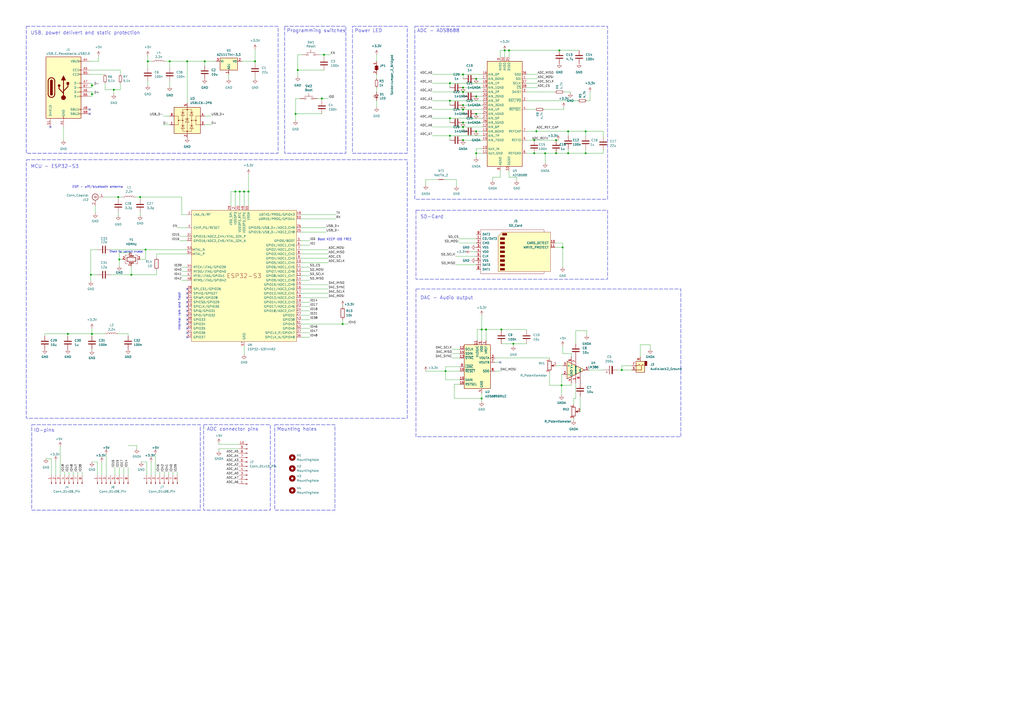
<source format=kicad_sch>
(kicad_sch (version 20230121) (generator eeschema)
  (paper "A2")
  (junction (at 329.565 88.9))
  (junction (at 187.96 31.75))
  (junction (at 360.68 214.63))
  (junction (at 279.4 231.14))
  (junction (at 324.485 29.21))
  (junction (at 268.605 81.28))
  (junction (at 268.605 53.34))
  (junction (at 68.58 114.3))
  (junction (at 52.705 159.385))
  (junction (at 322.58 81.28))
  (junction (at 172.72 40.64))
  (junction (at 141.605 111.125))
  (junction (at 276.225 45.72))
  (junction (at 147.955 35.56))
  (junction (at 81.28 114.3))
  (junction (at 53.34 49.53))
  (junction (at 98.425 35.56))
  (junction (at 295.275 29.21))
  (junction (at 292.735 29.21))
  (junction (at 276.225 88.9))
  (junction (at 108.585 35.56))
  (junction (at 268.605 50.8))
  (junction (at 186.69 57.15))
  (junction (at 136.525 111.125))
  (junction (at 316.23 88.9))
  (junction (at 85.725 35.56))
  (junction (at 53.34 54.61))
  (junction (at 76.2 159.385))
  (junction (at 260.985 58.42))
  (junction (at 260.985 78.74))
  (junction (at 260.985 68.58))
  (junction (at 297.815 199.39))
  (junction (at 276.225 66.04))
  (junction (at 339.725 88.9))
  (junction (at 268.605 73.66))
  (junction (at 268.605 71.12))
  (junction (at 69.215 150.495))
  (junction (at 309.88 81.28))
  (junction (at 260.985 48.26))
  (junction (at 144.145 111.125))
  (junction (at 171.45 66.04))
  (junction (at 322.58 88.9))
  (junction (at 309.88 88.9))
  (junction (at 258.445 215.265))
  (junction (at 311.15 76.2))
  (junction (at 84.455 144.78))
  (junction (at 268.605 60.96))
  (junction (at 53.34 193.675))
  (junction (at 268.605 63.5))
  (junction (at 268.605 43.18))
  (junction (at 66.04 52.07))
  (junction (at 139.065 111.125))
  (junction (at 325.755 223.52))
  (junction (at 39.37 193.675))
  (junction (at 276.225 55.88))
  (junction (at 326.39 143.51))
  (junction (at 329.565 76.2))
  (junction (at 279.4 191.135))
  (junction (at 198.755 187.96))
  (junction (at 118.745 35.56))
  (junction (at 290.83 191.135))
  (junction (at 339.725 76.2))
  (junction (at 281.94 191.135))
  (junction (at 276.225 76.2))
  (no_connect (at 108.585 177.8))
  (no_connect (at 108.585 182.88))
  (no_connect (at 52.07 63.5))
  (no_connect (at 108.585 175.26))
  (no_connect (at 108.585 180.34))
  (no_connect (at 29.21 73.66))
  (no_connect (at 108.585 195.58))
  (no_connect (at 108.585 190.5))
  (no_connect (at 108.585 193.04))
  (no_connect (at 108.585 185.42))
  (no_connect (at 52.07 66.04))
  (no_connect (at 108.585 172.72))
  (no_connect (at 290.195 210.185))
  (no_connect (at 108.585 170.18))
  (no_connect (at 108.585 187.96))
  (no_connect (at 108.585 167.64))
  (wire (pts (xy 340.36 58.42) (xy 342.265 58.42)))
  (wire (pts (xy 276.225 45.72) (xy 280.035 45.72)))
  (wire (pts (xy 133.985 119.38) (xy 133.985 111.125)))
  (wire (pts (xy 198.755 177.165) (xy 198.755 177.8)))
  (wire (pts (xy 53.34 54.61) (xy 53.34 55.88)))
  (wire (pts (xy 147.955 28.575) (xy 147.955 35.56)))
  (wire (pts (xy 29.845 275.59) (xy 29.845 266.065)))
  (wire (pts (xy 57.15 35.56) (xy 52.07 35.56)))
  (wire (pts (xy 53.34 49.53) (xy 54.61 49.53)))
  (wire (pts (xy 105.41 160.02) (xy 108.585 160.02)))
  (wire (pts (xy 179.705 182.88) (xy 174.625 182.88)))
  (wire (pts (xy 349.885 86.995) (xy 349.885 88.9)))
  (wire (pts (xy 315.595 63.5) (xy 327.025 63.5)))
  (wire (pts (xy 276.225 88.9) (xy 280.035 88.9)))
  (wire (pts (xy 173.99 57.15) (xy 171.45 57.15)))
  (wire (pts (xy 218.44 31.75) (xy 218.44 35.56)))
  (wire (pts (xy 179.705 139.7) (xy 174.625 139.7)))
  (wire (pts (xy 171.45 66.04) (xy 171.45 69.85)))
  (wire (pts (xy 179.705 175.26) (xy 174.625 175.26)))
  (wire (pts (xy 250.825 48.26) (xy 260.985 48.26)))
  (wire (pts (xy 262.255 207.645) (xy 266.7 207.645)))
  (wire (pts (xy 326.39 200.66) (xy 326.39 205.105)))
  (wire (pts (xy 92.71 273.685) (xy 92.71 275.59)))
  (wire (pts (xy 258.445 212.725) (xy 266.7 212.725)))
  (wire (pts (xy 66.675 271.145) (xy 66.675 275.59)))
  (wire (pts (xy 69.215 154.305) (xy 69.215 150.495)))
  (wire (pts (xy 94.615 72.39) (xy 98.425 72.39)))
  (wire (pts (xy 85.725 35.56) (xy 85.725 39.37)))
  (wire (pts (xy 305.435 76.2) (xy 311.15 76.2)))
  (wire (pts (xy 280.035 43.18) (xy 268.605 43.18)))
  (wire (pts (xy 136.525 111.125) (xy 139.065 111.125)))
  (wire (pts (xy 53.34 193.675) (xy 53.34 194.945)))
  (wire (pts (xy 171.45 66.04) (xy 186.69 66.04)))
  (wire (pts (xy 247.015 215.265) (xy 258.445 215.265)))
  (wire (pts (xy 305.435 50.8) (xy 311.785 50.8)))
  (wire (pts (xy 268.605 43.18) (xy 268.605 45.72)))
  (wire (pts (xy 108.585 147.32) (xy 90.805 147.32)))
  (wire (pts (xy 174.625 187.96) (xy 198.755 187.96)))
  (wire (pts (xy 280.035 58.42) (xy 260.985 58.42)))
  (wire (pts (xy 341.63 214.63) (xy 350.52 214.63)))
  (wire (pts (xy 329.565 86.36) (xy 329.565 88.9)))
  (wire (pts (xy 81.28 150.495) (xy 84.455 150.495)))
  (wire (pts (xy 321.945 143.51) (xy 326.39 143.51)))
  (wire (pts (xy 98.425 46.99) (xy 98.425 50.165)))
  (wire (pts (xy 339.725 76.2) (xy 349.885 76.2)))
  (wire (pts (xy 118.745 67.31) (xy 122.555 67.31)))
  (wire (pts (xy 331.47 223.52) (xy 325.755 223.52)))
  (wire (pts (xy 250.825 73.66) (xy 268.605 73.66)))
  (wire (pts (xy 336.55 229.87) (xy 336.55 238.76)))
  (wire (pts (xy 358.14 214.63) (xy 360.68 214.63)))
  (wire (pts (xy 329.565 76.2) (xy 339.725 76.2)))
  (wire (pts (xy 318.77 223.52) (xy 325.755 223.52)))
  (wire (pts (xy 326.39 140.97) (xy 326.39 143.51)))
  (wire (pts (xy 318.77 208.28) (xy 318.77 207.645)))
  (wire (pts (xy 42.545 273.685) (xy 42.545 275.59)))
  (wire (pts (xy 187.96 31.75) (xy 191.77 31.75)))
  (wire (pts (xy 95.25 273.685) (xy 95.25 275.59)))
  (wire (pts (xy 332.74 231.14) (xy 332.74 234.95)))
  (wire (pts (xy 290.195 210.185) (xy 287.02 210.185)))
  (wire (pts (xy 69.85 48.26) (xy 69.85 52.07)))
  (wire (pts (xy 184.15 57.15) (xy 186.69 57.15)))
  (wire (pts (xy 198.755 185.42) (xy 198.755 187.96)))
  (wire (pts (xy 266.7 220.345) (xy 258.445 220.345)))
  (wire (pts (xy 39.37 193.675) (xy 39.37 194.945)))
  (wire (pts (xy 263.525 222.885) (xy 263.525 231.14)))
  (wire (pts (xy 171.45 57.15) (xy 171.45 66.04)))
  (wire (pts (xy 133.985 111.125) (xy 136.525 111.125)))
  (wire (pts (xy 268.605 50.8) (xy 280.035 50.8)))
  (wire (pts (xy 330.835 53.34) (xy 330.835 53.975)))
  (wire (pts (xy 280.035 53.34) (xy 268.605 53.34)))
  (wire (pts (xy 132.715 43.18) (xy 132.715 45.72)))
  (wire (pts (xy 342.265 53.34) (xy 342.265 58.42)))
  (wire (pts (xy 371.475 200.025) (xy 371.475 207.01)))
  (wire (pts (xy 253.365 104.14) (xy 247.015 104.14)))
  (wire (pts (xy 305.435 88.9) (xy 309.88 88.9)))
  (wire (pts (xy 260.985 78.74) (xy 250.825 78.74)))
  (wire (pts (xy 64.135 159.385) (xy 76.2 159.385)))
  (wire (pts (xy 250.825 53.34) (xy 268.605 53.34)))
  (wire (pts (xy 190.5 165.1) (xy 174.625 165.1)))
  (wire (pts (xy 174.625 134.62) (xy 189.23 134.62)))
  (wire (pts (xy 280.035 68.58) (xy 260.985 68.58)))
  (wire (pts (xy 79.375 260.35) (xy 79.375 258.445)))
  (wire (pts (xy 198.755 187.96) (xy 201.93 187.96)))
  (wire (pts (xy 268.605 71.12) (xy 280.035 71.12)))
  (wire (pts (xy 339.725 88.9) (xy 349.885 88.9)))
  (wire (pts (xy 64.135 144.78) (xy 84.455 144.78)))
  (wire (pts (xy 305.435 191.135) (xy 305.435 191.77)))
  (wire (pts (xy 264.16 153.67) (xy 276.225 153.67)))
  (wire (pts (xy 174.625 127) (xy 194.945 127)))
  (wire (pts (xy 81.915 267.97) (xy 85.09 267.97)))
  (wire (pts (xy 53.34 190.5) (xy 53.34 193.675)))
  (wire (pts (xy 279.4 191.135) (xy 281.94 191.135)))
  (wire (pts (xy 322.58 81.28) (xy 323.85 81.28)))
  (wire (pts (xy 305.435 63.5) (xy 310.515 63.5)))
  (wire (pts (xy 189.23 132.08) (xy 174.625 132.08)))
  (wire (pts (xy 263.525 231.14) (xy 279.4 231.14)))
  (wire (pts (xy 297.815 199.39) (xy 290.83 199.39)))
  (wire (pts (xy 305.435 58.42) (xy 335.28 58.42)))
  (wire (pts (xy 276.225 88.9) (xy 276.225 91.44)))
  (wire (pts (xy 108.585 124.46) (xy 105.41 124.46)))
  (wire (pts (xy 321.945 140.97) (xy 326.39 140.97)))
  (wire (pts (xy 316.23 88.9) (xy 316.23 94.615)))
  (wire (pts (xy 295.275 29.21) (xy 324.485 29.21)))
  (wire (pts (xy 262.255 205.105) (xy 266.7 205.105)))
  (wire (pts (xy 280.035 73.66) (xy 268.605 73.66)))
  (wire (pts (xy 69.215 150.495) (xy 71.12 150.495)))
  (wire (pts (xy 40.005 273.685) (xy 40.005 275.59)))
  (wire (pts (xy 292.735 29.21) (xy 292.735 33.02)))
  (wire (pts (xy 318.77 215.9) (xy 318.77 223.52)))
  (wire (pts (xy 53.34 50.8) (xy 53.34 49.53)))
  (wire (pts (xy 174.625 147.32) (xy 190.5 147.32)))
  (wire (pts (xy 276.225 55.88) (xy 280.035 55.88)))
  (wire (pts (xy 69.215 146.685) (xy 69.215 150.495)))
  (wire (pts (xy 90.805 156.845) (xy 90.805 159.385)))
  (wire (pts (xy 187.96 31.75) (xy 187.96 33.02)))
  (wire (pts (xy 81.28 114.3) (xy 78.74 114.3)))
  (wire (pts (xy 281.94 191.135) (xy 290.83 191.135)))
  (wire (pts (xy 258.445 212.725) (xy 258.445 215.265)))
  (wire (pts (xy 69.85 40.64) (xy 52.07 40.64)))
  (wire (pts (xy 276.86 197.485) (xy 276.86 191.135)))
  (wire (pts (xy 280.035 63.5) (xy 268.605 63.5)))
  (wire (pts (xy 53.34 203.2) (xy 53.34 202.565)))
  (wire (pts (xy 305.435 48.26) (xy 311.785 48.26)))
  (wire (pts (xy 309.88 81.28) (xy 322.58 81.28)))
  (wire (pts (xy 285.75 102.87) (xy 290.195 102.87)))
  (wire (pts (xy 280.035 48.26) (xy 260.985 48.26)))
  (wire (pts (xy 185.42 31.75) (xy 187.96 31.75)))
  (wire (pts (xy 295.275 102.87) (xy 295.275 99.06)))
  (wire (pts (xy 32.385 267.335) (xy 32.385 275.59)))
  (wire (pts (xy 144.145 111.125) (xy 144.145 119.38)))
  (wire (pts (xy 190.5 167.64) (xy 174.625 167.64)))
  (wire (pts (xy 266.065 138.43) (xy 276.225 138.43)))
  (wire (pts (xy 332.74 242.57) (xy 332.74 243.84)))
  (wire (pts (xy 81.28 115.57) (xy 81.28 114.3)))
  (wire (pts (xy 52.07 48.26) (xy 53.34 48.26)))
  (wire (pts (xy 60.96 52.07) (xy 66.04 52.07)))
  (wire (pts (xy 84.455 150.495) (xy 84.455 144.78)))
  (wire (pts (xy 331.47 222.25) (xy 331.47 223.52)))
  (wire (pts (xy 266.7 222.885) (xy 263.525 222.885)))
  (wire (pts (xy 327.025 53.34) (xy 330.835 53.34)))
  (wire (pts (xy 331.47 205.105) (xy 331.47 207.01)))
  (wire (pts (xy 250.825 43.18) (xy 268.605 43.18)))
  (wire (pts (xy 290.83 191.135) (xy 305.435 191.135)))
  (wire (pts (xy 76.2 154.305) (xy 76.2 159.385)))
  (wire (pts (xy 268.605 63.5) (xy 268.605 66.04)))
  (wire (pts (xy 179.705 154.94) (xy 174.625 154.94)))
  (wire (pts (xy 260.985 78.74) (xy 260.985 81.28)))
  (wire (pts (xy 74.295 193.675) (xy 68.58 193.675)))
  (wire (pts (xy 138.43 257.81) (xy 127 257.81)))
  (wire (pts (xy 141.605 111.125) (xy 144.145 111.125)))
  (wire (pts (xy 85.725 35.56) (xy 88.265 35.56)))
  (wire (pts (xy 305.435 45.72) (xy 311.785 45.72)))
  (wire (pts (xy 53.34 267.97) (xy 56.515 267.97)))
  (wire (pts (xy 118.745 35.56) (xy 118.745 38.1)))
  (wire (pts (xy 52.705 159.385) (xy 52.705 144.78)))
  (wire (pts (xy 68.58 115.57) (xy 68.58 114.3)))
  (wire (pts (xy 325.755 217.17) (xy 325.755 223.52)))
  (wire (pts (xy 326.39 143.51) (xy 326.39 154.94)))
  (wire (pts (xy 268.605 81.28) (xy 280.035 81.28)))
  (wire (pts (xy 305.435 53.34) (xy 321.945 53.34)))
  (wire (pts (xy 258.445 215.265) (xy 266.7 215.265)))
  (wire (pts (xy 136.525 119.38) (xy 136.525 111.125)))
  (wire (pts (xy 266.065 140.97) (xy 276.225 140.97)))
  (wire (pts (xy 68.58 114.3) (xy 71.12 114.3)))
  (wire (pts (xy 186.69 57.15) (xy 190.5 57.15)))
  (wire (pts (xy 53.34 54.61) (xy 54.61 54.61)))
  (wire (pts (xy 305.435 43.18) (xy 311.785 43.18)))
  (wire (pts (xy 105.41 114.3) (xy 81.28 114.3)))
  (wire (pts (xy 52.07 55.88) (xy 53.34 55.88)))
  (wire (pts (xy 297.815 199.39) (xy 305.435 199.39)))
  (wire (pts (xy 247.015 104.14) (xy 247.015 107.315)))
  (wire (pts (xy 26.035 193.675) (xy 26.035 194.945)))
  (wire (pts (xy 326.39 205.105) (xy 331.47 205.105)))
  (wire (pts (xy 90.17 263.525) (xy 90.17 275.59)))
  (wire (pts (xy 95.885 35.56) (xy 98.425 35.56)))
  (wire (pts (xy 295.275 33.02) (xy 295.275 29.21)))
  (wire (pts (xy 190.5 170.18) (xy 174.625 170.18)))
  (wire (pts (xy 29.845 266.065) (xy 26.67 266.065)))
  (wire (pts (xy 281.94 197.485) (xy 281.94 191.135)))
  (wire (pts (xy 139.065 111.125) (xy 141.605 111.125)))
  (wire (pts (xy 276.86 191.135) (xy 279.4 191.135)))
  (wire (pts (xy 138.43 260.35) (xy 127 260.35)))
  (wire (pts (xy 360.68 212.09) (xy 360.68 214.63)))
  (wire (pts (xy 141.605 200.66) (xy 141.605 205.74)))
  (wire (pts (xy 326.39 217.17) (xy 325.755 217.17)))
  (wire (pts (xy 295.275 29.21) (xy 292.735 29.21)))
  (wire (pts (xy 279.4 191.135) (xy 279.4 197.485)))
  (wire (pts (xy 98.425 39.37) (xy 98.425 35.56)))
  (wire (pts (xy 104.14 139.7) (xy 108.585 139.7)))
  (wire (pts (xy 102.87 132.08) (xy 108.585 132.08)))
  (wire (pts (xy 179.705 162.56) (xy 174.625 162.56)))
  (wire (pts (xy 55.245 119.38) (xy 55.245 123.825)))
  (wire (pts (xy 127 260.35) (xy 127 261.62)))
  (wire (pts (xy 179.705 195.58) (xy 174.625 195.58)))
  (wire (pts (xy 279.4 227.965) (xy 279.4 231.14)))
  (wire (pts (xy 172.72 40.64) (xy 187.96 40.64)))
  (wire (pts (xy 140.335 35.56) (xy 147.955 35.56)))
  (wire (pts (xy 37.465 273.685) (xy 37.465 275.59)))
  (wire (pts (xy 59.055 267.97) (xy 59.055 275.59)))
  (wire (pts (xy 260.985 68.58) (xy 260.985 71.12)))
  (wire (pts (xy 218.44 58.42) (xy 218.44 62.23)))
  (wire (pts (xy 322.58 88.9) (xy 329.565 88.9)))
  (wire (pts (xy 268.605 73.66) (xy 268.605 76.2)))
  (wire (pts (xy 69.215 271.145) (xy 69.215 275.59)))
  (wire (pts (xy 52.07 53.34) (xy 53.34 53.34)))
  (wire (pts (xy 179.705 160.02) (xy 174.625 160.02)))
  (wire (pts (xy 174.625 124.46) (xy 194.945 124.46)))
  (wire (pts (xy 340.36 191.77) (xy 340.36 194.31)))
  (wire (pts (xy 52.07 50.8) (xy 53.34 50.8)))
  (wire (pts (xy 85.725 46.99) (xy 85.725 49.53)))
  (wire (pts (xy 250.825 63.5) (xy 268.605 63.5)))
  (wire (pts (xy 47.625 273.685) (xy 47.625 275.59)))
  (wire (pts (xy 36.83 73.66) (xy 36.83 81.28)))
  (wire (pts (xy 250.825 68.58) (xy 260.985 68.58)))
  (wire (pts (xy 104.14 137.16) (xy 108.585 137.16)))
  (wire (pts (xy 74.295 194.945) (xy 74.295 193.675)))
  (wire (pts (xy 141.605 111.125) (xy 141.605 119.38)))
  (wire (pts (xy 179.705 193.04) (xy 174.625 193.04)))
  (wire (pts (xy 52.705 144.78) (xy 56.515 144.78)))
  (wire (pts (xy 85.725 32.385) (xy 85.725 35.56)))
  (wire (pts (xy 258.445 104.14) (xy 264.795 104.14)))
  (wire (pts (xy 311.15 74.93) (xy 311.15 76.2)))
  (wire (pts (xy 69.85 43.18) (xy 69.85 40.64)))
  (wire (pts (xy 262.255 202.565) (xy 266.7 202.565)))
  (wire (pts (xy 327.025 62.23) (xy 327.025 63.5)))
  (wire (pts (xy 105.41 157.48) (xy 108.585 157.48)))
  (wire (pts (xy 334.01 199.39) (xy 334.01 191.77)))
  (wire (pts (xy 190.5 144.78) (xy 174.625 144.78)))
  (wire (pts (xy 105.41 124.46) (xy 105.41 114.3)))
  (wire (pts (xy 85.09 275.59) (xy 85.09 267.97)))
  (wire (pts (xy 276.225 66.04) (xy 280.035 66.04)))
  (wire (pts (xy 98.425 35.56) (xy 108.585 35.56)))
  (wire (pts (xy 52.07 43.18) (xy 60.96 43.18)))
  (wire (pts (xy 290.195 215.265) (xy 287.02 215.265)))
  (wire (pts (xy 34.925 259.08) (xy 34.925 275.59)))
  (wire (pts (xy 60.96 193.675) (xy 53.34 193.675)))
  (wire (pts (xy 139.065 119.38) (xy 139.065 111.125)))
  (wire (pts (xy 276.225 86.36) (xy 276.225 88.9)))
  (wire (pts (xy 360.68 214.63) (xy 366.395 214.63)))
  (wire (pts (xy 179.705 177.8) (xy 174.625 177.8)))
  (wire (pts (xy 97.79 273.685) (xy 97.79 275.59)))
  (wire (pts (xy 127 257.175) (xy 127 257.81)))
  (wire (pts (xy 53.34 53.34) (xy 53.34 54.61)))
  (wire (pts (xy 305.435 81.28) (xy 309.88 81.28)))
  (wire (pts (xy 339.725 76.2) (xy 339.725 78.74)))
  (wire (pts (xy 45.085 273.685) (xy 45.085 275.59)))
  (wire (pts (xy 57.15 32.385) (xy 57.15 35.56)))
  (wire (pts (xy 179.705 180.34) (xy 174.625 180.34)))
  (wire (pts (xy 264.795 104.14) (xy 264.795 107.95)))
  (wire (pts (xy 76.2 146.685) (xy 69.215 146.685)))
  (wire (pts (xy 290.195 29.21) (xy 290.195 33.02)))
  (wire (pts (xy 190.5 152.4) (xy 174.625 152.4)))
  (wire (pts (xy 90.805 147.32) (xy 90.805 149.225)))
  (wire (pts (xy 316.23 88.9) (xy 322.58 88.9)))
  (wire (pts (xy 334.01 231.14) (xy 332.74 231.14)))
  (wire (pts (xy 102.87 273.685) (xy 102.87 275.59)))
  (wire (pts (xy 334.01 222.25) (xy 334.01 231.14)))
  (wire (pts (xy 329.565 88.9) (xy 339.725 88.9)))
  (wire (pts (xy 172.72 31.75) (xy 172.72 40.64)))
  (wire (pts (xy 218.44 43.18) (xy 218.44 45.72)))
  (wire (pts (xy 299.72 102.87) (xy 299.72 104.775)))
  (wire (pts (xy 258.445 215.265) (xy 258.445 220.345)))
  (wire (pts (xy 39.37 193.675) (xy 26.035 193.675)))
  (wire (pts (xy 324.485 29.21) (xy 335.915 29.21)))
  (wire (pts (xy 297.815 200.66) (xy 297.815 199.39)))
  (wire (pts (xy 329.565 76.2) (xy 329.565 78.74)))
  (wire (pts (xy 250.825 58.42) (xy 260.985 58.42)))
  (wire (pts (xy 276.225 76.2) (xy 280.035 76.2)))
  (wire (pts (xy 87.63 267.97) (xy 87.63 275.59)))
  (wire (pts (xy 218.44 50.8) (xy 218.44 53.34)))
  (wire (pts (xy 60.325 114.3) (xy 68.58 114.3)))
  (wire (pts (xy 39.37 193.675) (xy 53.34 193.675)))
  (wire (pts (xy 349.885 79.375) (xy 349.885 76.2)))
  (wire (pts (xy 174.625 142.24) (xy 179.705 142.24)))
  (wire (pts (xy 105.41 154.94) (xy 108.585 154.94)))
  (wire (pts (xy 268.605 60.96) (xy 280.035 60.96)))
  (wire (pts (xy 186.69 57.15) (xy 186.69 58.42)))
  (wire (pts (xy 66.04 52.07) (xy 66.04 54.61)))
  (wire (pts (xy 118.745 72.39) (xy 122.555 72.39)))
  (wire (pts (xy 175.26 31.75) (xy 172.72 31.75)))
  (wire (pts (xy 292.735 29.21) (xy 290.195 29.21)))
  (wire (pts (xy 339.725 86.36) (xy 339.725 88.9)))
  (wire (pts (xy 60.96 48.26) (xy 60.96 52.07)))
  (wire (pts (xy 285.75 102.87) (xy 285.75 104.775)))
  (wire (pts (xy 366.395 212.09) (xy 360.68 212.09)))
  (wire (pts (xy 100.33 273.685) (xy 100.33 275.59)))
  (wire (pts (xy 318.77 207.645) (xy 287.02 207.645)))
  (wire (pts (xy 311.15 76.2) (xy 329.565 76.2)))
  (wire (pts (xy 66.04 52.07) (xy 69.85 52.07)))
  (wire (pts (xy 334.01 191.77) (xy 340.36 191.77)))
  (wire (pts (xy 309.88 88.9) (xy 316.23 88.9)))
  (wire (pts (xy 74.295 271.145) (xy 74.295 275.59)))
  (wire (pts (xy 280.035 86.36) (xy 276.225 86.36)))
  (wire (pts (xy 377.19 200.025) (xy 377.19 202.565)))
  (wire (pts (xy 53.34 49.53) (xy 53.34 48.26)))
  (wire (pts (xy 179.705 157.48) (xy 174.625 157.48)))
  (wire (pts (xy 172.72 40.64) (xy 172.72 44.45)))
  (wire (pts (xy 147.955 44.45) (xy 147.955 45.72)))
  (wire (pts (xy 79.375 258.445) (xy 74.295 258.445)))
  (wire (pts (xy 260.985 58.42) (xy 260.985 60.96)))
  (wire (pts (xy 84.455 144.78) (xy 108.585 144.78)))
  (wire (pts (xy 280.035 78.74) (xy 260.985 78.74)))
  (wire (pts (xy 56.515 159.385) (xy 52.705 159.385)))
  (wire (pts (xy 322.58 212.09) (xy 326.39 212.09)))
  (wire (pts (xy 71.755 271.145) (xy 71.755 275.59)))
  (wire (pts (xy 279.4 182.88) (xy 279.4 191.135)))
  (wire (pts (xy 264.16 148.59) (xy 276.225 148.59)))
  (wire (pts (xy 325.755 223.52) (xy 325.755 229.235)))
  (wire (pts (xy 290.195 102.87) (xy 290.195 99.06)))
  (wire (pts (xy 81.28 123.19) (xy 81.28 125.095)))
  (wire (pts (xy 144.145 100.965) (xy 144.145 111.125)))
  (wire (pts (xy 174.625 149.86) (xy 190.5 149.86)))
  (wire (pts (xy 179.705 190.5) (xy 174.625 190.5)))
  (wire (pts (xy 68.58 123.19) (xy 68.58 125.095)))
  (wire (pts (xy 290.83 191.135) (xy 290.83 191.77)))
  (wire (pts (xy 52.705 163.195) (xy 52.705 159.385)))
  (wire (pts (xy 299.72 102.87) (xy 295.275 102.87)))
  (wire (pts (xy 279.4 231.14) (xy 279.4 233.045)))
  (wire (pts (xy 377.19 200.025) (xy 371.475 200.025)))
  (wire (pts (xy 108.585 35.56) (xy 118.745 35.56)))
  (wire (pts (xy 94.615 67.31) (xy 98.425 67.31)))
  (wire (pts (xy 147.955 36.83) (xy 147.955 35.56)))
  (wire (pts (xy 190.5 172.72) (xy 174.625 172.72)))
  (wire (pts (xy 61.595 263.525) (xy 61.595 275.59)))
  (wire (pts (xy 108.585 59.69) (xy 108.585 35.56)))
  (wire (pts (xy 268.605 53.34) (xy 268.605 55.88)))
  (wire (pts (xy 260.985 48.26) (xy 260.985 50.8)))
  (wire (pts (xy 179.705 185.42) (xy 174.625 185.42)))
  (wire (pts (xy 125.095 35.56) (xy 118.745 35.56)))
  (wire (pts (xy 273.05 146.05) (xy 276.225 146.05)))
  (wire (pts (xy 76.2 159.385) (xy 90.805 159.385)))
  (wire (pts (xy 105.41 162.56) (xy 108.585 162.56)))
  (wire (pts (xy 56.515 275.59) (xy 56.515 267.97)))
  (rectangle (start 241.3 121.92) (end 352.425 161.925) (stroke (width 0.2) (type dash)))
  (rectangle (start 241.3 167.64) (end 394.97 253.365) (stroke (width 0.2) (type dash)))
  (rectangle (start 118.11 246.38) (end 156.845 295.91) (stroke (width 0.2) (type dash)))
  (rectangle (start 15.24 15.24) (end 161.29 88.9) (stroke (width 0.2) (type dash)))
  (rectangle (start 15.24 92.71) (end 236.22 242.57) (stroke (width 0.2) (type dash)))
  (rectangle (start 165.1 15.24) (end 200.66 88.9) (stroke (width 0.2) (type dash)))
  (rectangle (start 240.665 15.24) (end 352.425 115.57) (stroke (width 0.2) (type dash)))
  (rectangle (start 18.415 246.38) (end 116.205 295.91) (stroke (width 0.2) (type dash)))
  (rectangle (start 204.47 15.24) (end 236.22 88.9) (stroke (width 0.2) (type dash)))
  (rectangle (start 159.385 246.38) (end 194.31 295.91) (stroke (width 0.2) (type dash)))
  (text "MCU - ESP32-S3\n" (at 17.78 97.79 0) (effects (font (size 2 2)) (justify left bottom)))
  (text "ESP - wifi/bluetooth antenna" (at 41.91 109.22 0) (effects (font (size 1.27 1.27)) (justify left bottom)))
  (text "USB, power delivert and static protection" (at 17.78 20.32 0) (effects (font (size 2 2)) (justify left bottom)))
  (text "Power LED" (at 205.74 19.05 0) (effects (font (size 2 2)) (justify left bottom)))
  (text "IO-pins" (at 19.685 250.825 0) (effects (font (size 2 2)) (justify left bottom)))
  (text "Internal ram and flash" (at 104.775 191.77 90) (effects (font (size 1.27 1.27)) (justify left bottom)))
  (text "ADC connector pins" (at 120.015 250.19 0) (effects (font (size 2 2)) (justify left bottom)))
  (text "Boot KEEP IO0 FREE" (at 184.15 139.7 0) (effects (font (size 1.27 1.27)) (justify left bottom)))
  (text "Check for correct crustal" (at 63.5 146.685 0) (effects (font (size 1 1)) (justify left bottom)))
  (text "DAC - Audio output" (at 243.84 173.99 0) (effects (font (size 2 2)) (justify left bottom)))
  (text "ADC - ADS8688" (at 241.935 19.05 0) (effects (font (size 2 2)) (justify left bottom)))
  (text "Programming switches\n" (at 166.37 19.05 0) (effects (font (size 2 2)) (justify left bottom)))
  (text "Mounting holes" (at 160.655 250.19 0) (effects (font (size 2 2)) (justify left bottom)))
  (text "SD-Card" (at 243.84 127 0) (effects (font (size 2 2)) (justify left bottom)))
  (label "D+" (at 122.555 72.39 0))
  (label "SD_SCLK" (at 264.16 148.59 180))
  (label "USB_D+" (at 122.555 67.31 0))
  (label "IO14" (at 74.295 271.145 90))
  (label "IO39" (at 105.41 154.94 180))
  (label "IO17" (at 71.755 271.145 90))
  (label "ADC_A1" (at 250.825 48.26 180))
  (label "USB_D-" (at 189.23 134.62 0))
  (label "IO15" (at 69.215 271.145 90))
  (label "IO42" (at 105.41 162.56 180))
  (label "ADC_A2" (at 250.825 53.34 180))
  (label "IO48" (at 42.545 273.685 90))
  (label "IO0" (at 179.705 139.7 0))
  (label "IO15" (at 104.14 137.16 180))
  (label "IO48" (at 179.705 195.58 0))
  (label "ADC_A6" (at 138.43 280.67 180))
  (label "DAC_MOSI" (at 190.5 172.72 0))
  (label "ADC_REF_CAP" (at 311.15 74.93 0))
  (label "IO46" (at 179.705 190.5 0))
  (label "ADC_A2" (at 138.43 270.51 180))
  (label "IO17" (at 179.705 177.8 0))
  (label "DAC_SCLK" (at 262.255 202.565 180))
  (label "IO18" (at 179.705 180.34 0))
  (label "IO16" (at 66.675 271.145 90))
  (label "IO40" (at 100.33 273.685 90))
  (label "RX" (at 194.945 127 0))
  (label "IO41" (at 105.41 160.02 180))
  (label "IO18" (at 37.465 273.685 90))
  (label "ADC_A5" (at 138.43 262.89 180))
  (label "IO1" (at 179.705 142.24 0))
  (label "ADC_CS" (at 190.5 149.86 0))
  (label "SD_MISO" (at 264.16 153.67 180))
  (label "SD_MOSI" (at 266.065 140.97 180))
  (label "ADC_REFV" (at 308.61 81.28 0))
  (label "ADC_A3" (at 138.43 267.97 180))
  (label "USB_D+" (at 189.23 132.08 0))
  (label "SD_MOSI" (at 179.705 157.48 0))
  (label "IO21" (at 179.705 182.88 0))
  (label "IO47" (at 45.085 273.685 90))
  (label "ADC_A0" (at 138.43 275.59 180))
  (label "ADC_A5" (at 250.825 68.58 180))
  (label "D-" (at 54.61 49.53 0))
  (label "DAC_MISO" (at 262.255 205.105 180))
  (label "IO39" (at 102.87 273.685 90))
  (label "USB_D-" (at 94.615 67.31 180))
  (label "ADC_A1" (at 138.43 273.05 180))
  (label "IO47" (at 179.705 193.04 0))
  (label "IO46" (at 92.71 273.685 90))
  (label "ADC_A3" (at 250.825 58.42 180))
  (label "IO40" (at 105.41 157.48 180))
  (label "DAC_SYNC" (at 262.255 207.645 180))
  (label "SD_CS" (at 266.065 138.43 180))
  (label "IO38" (at 47.625 273.685 90))
  (label "ADC_A4" (at 138.43 265.43 180))
  (label "DAC_SCLK" (at 190.5 170.18 0))
  (label "ADC_MISO" (at 311.785 43.18 0))
  (label "ADC_CS" (at 311.785 50.8 0))
  (label "DAC_MOSI" (at 290.195 215.265 0))
  (label "DAC_SYNC" (at 190.5 167.64 0))
  (label "ADC_MOSI" (at 311.785 45.72 0))
  (label "ADC_SCLK" (at 311.785 48.26 0))
  (label "ADC_A7" (at 138.43 278.13 180))
  (label "DAC_MISO" (at 190.5 165.1 0))
  (label "ADC_A0" (at 250.825 43.18 180))
  (label "ADC_SCLK" (at 190.5 152.4 0))
  (label "TX" (at 194.945 124.46 0))
  (label "ADC_A6" (at 250.825 73.66 180))
  (label "IO42" (at 95.25 273.685 90))
  (label "EN" (at 191.77 31.75 0))
  (label "IO16" (at 104.14 139.7 180))
  (label "SD_MISO" (at 179.705 162.56 0))
  (label "ADC_MISO" (at 190.5 147.32 0))
  (label "IO21" (at 40.005 273.685 90))
  (label "ADC_MOSI" (at 190.5 144.78 0))
  (label "SD_SCLK" (at 179.705 160.02 0))
  (label "ADC_A4" (at 250.825 63.5 180))
  (label "IO0" (at 190.5 57.15 0))
  (label "IO45" (at 201.93 187.96 0))
  (label "EN" (at 102.87 132.08 180))
  (label "IO14" (at 179.705 175.26 0))
  (label "IO38" (at 179.705 185.42 0))
  (label "D+" (at 54.61 54.61 0))
  (label "D-" (at 94.615 72.39 0))
  (label "IO41" (at 97.79 273.685 90))
  (label "SD_CS" (at 179.705 154.94 0))
  (label "ADC_A7" (at 250.825 78.74 180))
  (symbol (lib_id "power:+3.3V") (at 144.145 100.965 0) (unit 1)
    (property "Reference" "#PWR054" (effects hide))
    (property "Value" "+3.3V" (at 144.145 95.885 0))
  )
  (symbol (lib_id "power:GND") (at 85.725 49.53 0) (unit 1)
    (property "Reference" "#PWR011" (effects hide))
    (property "Value" "GND" (at 85.725 54.61 0))
  )
  (symbol (lib_id "power:GNDA") (at 268.605 81.28 0) (unit 1)
    (property "Reference" "#PWR035" (effects hide))
    (property "Value" "GNDA" (at 268.605 86.36 0))
  )
  (symbol (lib_id "Device:C") (at 349.885 83.185 0) (unit 1)
    (property "Reference" "C17" (at 353.695 81.915 0) (effects (justify left)))
    (property "Value" "22u" (at 353.695 84.455 0) (effects (justify left)))
    (property "Footprint" "Capacitor_SMD:C_0805_2012Metric" (effects hide))
  )
  (symbol (lib_id "power:GNDA") (at 268.605 50.8 0) (unit 1)
    (property "Reference" "#PWR042" (effects hide))
    (property "Value" "GNDA" (at 268.605 55.88 0))
  )
  (symbol (lib_id "power:+5V") (at 57.15 32.385 0) (unit 1)
    (property "Reference" "#PWR049" (effects hide))
    (property "Value" "+5V" (at 57.15 27.305 0))
  )
  (symbol (lib_id "power:GNDA") (at 276.225 66.04 0) (unit 1)
    (property "Reference" "#PWR039" (effects hide))
    (property "Value" "GNDA" (at 276.225 71.12 0))
  )
  (symbol (lib_id "Device:C") (at 186.69 62.23 0) (unit 1)
    (property "Reference" "C4" (at 190.5 60.96 0) (effects (justify left)))
    (property "Value" "100n" (at 190.5 63.5 0) (effects (justify left)))
    (property "Footprint" "Capacitor_SMD:C_0402_1005Metric" (effects hide))
  )
  (symbol (lib_id "power:GND") (at 297.815 200.66 0) (unit 1)
    (property "Reference" "#PWR019" (effects hide))
    (property "Value" "GND" (at 297.815 205.74 0))
  )
  (symbol (lib_id "power:GND") (at 141.605 205.74 0) (unit 1)
    (property "Reference" "#PWR062" (effects hide))
    (property "Value" "GND" (at 141.605 210.185 0))
  )
  (symbol (lib_id "power:+3.3V") (at 323.85 81.28 0) (unit 1)
    (property "Reference" "#PWR046" (effects hide))
    (property "Value" "+3.3V" (at 320.675 78.74 0))
  )
  (symbol (lib_id "Connector:USB_C_Receptacle_USB2.0") (at 36.83 50.8 0) (unit 1)
    (property "Reference" "J1" (at 39.5478 28.7782 0))
    (property "Value" "USB_C_Receptacle_USB2.0" (at 39.5478 31.0896 0))
    (property "Footprint" "Connector_USB:USB_C_Receptacle_G-Switch_GT-USB-7010ASV" (effects hide))
    (property "Datasheet" "https://www.usb.org/sites/default/files/documents/usb_type-c.zip" (effects hide))
  )
  (symbol (lib_id "Device:C") (at 74.295 198.755 0) (unit 1)
    (property "Reference" "C32" (at 77.47 197.485 0) (effects (justify left)))
    (property "Value" "100n" (at 77.47 200.025 0) (effects (justify left)))
    (property "Footprint" "Capacitor_SMD:C_0402_1005Metric" (effects hide))
  )
  (symbol (lib_id "power:GNDA") (at 316.23 94.615 0) (unit 1)
    (property "Reference" "#PWR031" (effects hide))
    (property "Value" "GNDA" (at 316.23 99.06 0))
  )
  (symbol (lib_id "Device:NetTie_2") (at 255.905 104.14 0) (unit 1) (in_bom no)
    (property "Reference" "NT1" (at 255.905 99.06 0))
    (property "Value" "NetTie_2" (at 255.905 101.6 0))
    (property "Footprint" "NetTie:NetTie-2_THT_Pad1.0mm" (effects hide))
  )
  (symbol (lib_id "power:GND") (at 26.67 266.065 0) (unit 1)
    (property "Reference" "#PWR065" (effects hide))
    (property "Value" "GND" (at 26.67 271.145 0))
  )
  (symbol (lib_id "power:GNDA") (at 276.225 55.88 0) (unit 1)
    (property "Reference" "#PWR041" (effects hide))
    (property "Value" "GNDA" (at 276.225 60.96 0))
  )
  (symbol (lib_id "power:GND") (at 68.58 125.095 0) (unit 1)
    (property "Reference" "#PWR050" (effects hide))
    (property "Value" "GND" (at 68.58 130.175 0))
  )
  (symbol (lib_id "power:GND") (at 330.835 53.975 0) (unit 1)
    (property "Reference" "#PWR034" (effects hide))
    (property "Value" "GND" (at 330.835 58.42 0))
  )
  (symbol (lib_id "Mechanical:MountingHole") (at 169.545 265.43 0) (unit 1)
    (property "Reference" "H1" (at 172.085 264.16 0) (effects (justify left)))
    (property "Value" "MountingHole" (at 172.085 266.7 0) (effects (justify left)))
    (property "Footprint" "MountingHole:MountingHole_2.2mm_M2_DIN965_Pad" (effects hide))
  )
  (symbol (lib_id "Device:C") (at 305.435 195.58 0) (unit 1)
    (property "Reference" "C10" (at 309.245 194.31 0) (effects (justify left)))
    (property "Value" "10u" (at 309.245 196.85 0) (effects (justify left)))
    (property "Footprint" "Capacitor_SMD:C_0603_1608Metric" (effects hide))
  )
  (symbol (lib_id "Device:L") (at 92.075 35.56 90) (unit 1)
    (property "Reference" "L4" (at 92.075 30.48 90))
    (property "Value" "2.2n" (at 92.075 33.02 90))
    (property "Footprint" "Inductor_SMD:L_0603_1608Metric" (effects hide))
  )
  (symbol (lib_id "power:GND") (at 74.295 202.565 0) (unit 1)
    (property "Reference" "#PWR056" (effects hide))
    (property "Value" "GND" (at 74.295 207.01 0))
  )
  (symbol (lib_id "Device:C") (at 68.58 119.38 0) (unit 1)
    (property "Reference" "C28" (at 72.39 118.11 0) (effects (justify left)))
    (property "Value" "3.3p" (at 72.39 120.65 0) (effects (justify left)))
    (property "Footprint" "Capacitor_SMD:C_0402_1005Metric" (effects hide))
  )
  (symbol (lib_id "power:GNDA") (at 332.74 243.84 0) (unit 1)
    (property "Reference" "#PWR017" (effects hide))
    (property "Value" "GNDA" (at 332.74 248.92 0))
  )
  (symbol (lib_id "Connector:Conn_Coaxial") (at 55.245 114.3 0) (mirror y) (unit 1)
    (property "Reference" "J12" (at 51.435 115.8632 0) (effects (justify left)))
    (property "Value" "Conn_Coaxial" (at 51.435 113.3232 0) (effects (justify left)))
    (property "Footprint" "Connector_Coaxial:U.FL_Hirose_U.FL-R-SMT-1_Vertical" (effects hide))
    (property "Datasheet" " ~" (effects hide))
  )
  (symbol (lib_id "power:GND") (at 98.425 50.165 0) (unit 1)
    (property "Reference" "#PWR063" (effects hide))
    (property "Value" "GND" (at 98.425 55.245 0))
  )
  (symbol (lib_id "power:GNDA") (at 127 261.62 0) (unit 1)
    (property "Reference" "#PWR048" (effects hide))
    (property "Value" "GNDA" (at 127 266.065 0))
  )
  (symbol (lib_id "Device:C") (at 322.58 85.09 0) (unit 1)
    (property "Reference" "C18" (at 324.485 83.82 0) (effects (justify left)))
    (property "Value" "1u" (at 325.12 86.36 0) (effects (justify left)))
    (property "Footprint" "Capacitor_SMD:C_0603_1608Metric" (effects hide))
  )
  (symbol (lib_id "power:GND") (at 324.485 36.83 0) (unit 1)
    (property "Reference" "#PWR028" (effects hide))
    (property "Value" "GND" (at 324.485 41.91 0))
  )
  (symbol (lib_id "Device:C") (at 85.725 43.18 0) (unit 1)
    (property "Reference" "C6" (at 89.535 41.91 0) (effects (justify left)))
    (property "Value" "100n" (at 89.535 44.45 0) (effects (justify left)))
    (property "Footprint" "Capacitor_SMD:C_0402_1005Metric" (effects hide))
  )
  (symbol (lib_id "power:+3.3V") (at 59.055 267.97 0) (unit 1)
    (property "Reference" "#PWR067" (effects hide))
    (property "Value" "+3.3V" (at 58.42 264.16 0))
  )
  (symbol (lib_id "power:+3.3V") (at 247.015 215.265 0) (unit 1)
    (property "Reference" "#PWR047" (effects hide))
    (property "Value" "+3.3V" (at 248.285 213.36 0) (effects (justify left)))
  )
  (symbol (lib_id "power:GND") (at 299.72 104.775 0) (unit 1)
    (property "Reference" "#PWR026" (effects hide))
    (property "Value" "GND" (at 299.72 109.22 0))
  )
  (symbol (lib_id "power:GND") (at 147.955 45.72 0) (unit 1)
    (property "Reference" "#PWR03" (effects hide))
    (property "Value" "GND" (at 147.955 50.8 0))
  )
  (symbol (lib_id "Device:R_Small") (at 324.485 53.34 90) (unit 1)
    (property "Reference" "R9" (at 323.3166 51.8414 0) (effects (justify left)))
    (property "Value" "4.7k" (at 325.628 51.8414 0) (effects (justify left)))
    (property "Footprint" "Resistor_SMD:R_0402_1005Metric" (effects hide))
    (property "LCSC" "C163928" (effects hide))
  )
  (symbol (lib_id "PCM_Espressif:ESP32-S3") (at 141.605 160.02 0) (unit 1)
    (property "Reference" "U6" (at 143.5609 200.025 0) (effects (justify left)))
    (property "Value" "ESP32-S3FH4R2" (at 143.5609 202.565 0) (effects (justify left)))
    (property "Footprint" "Package_DFN_QFN:QFN-56-1EP_7x7mm_P0.4mm_EP5.6x5.6mm" (effects hide))
    (property "Datasheet" "https://www.espressif.com/sites/default/files/documentation/esp32-s3_datasheet_en.pdf" (effects hide))
  )
  (symbol (lib_id "Device:C") (at 335.915 33.02 0) (unit 1)
    (property "Reference" "C14" (at 339.725 31.75 0) (effects (justify left)))
    (property "Value" "100n" (at 339.725 34.29 0) (effects (justify left)))
    (property "Footprint" "Capacitor_SMD:C_0402_1005Metric" (effects hide))
  )
  (symbol (lib_id "power:+3.3V") (at 273.05 146.05 90) (unit 1)
    (property "Reference" "#PWR06" (effects hide))
    (property "Value" "+3.3V" (at 270.51 146.05 90) (effects (justify left)))
  )
  (symbol (lib_id "Device:C") (at 53.34 198.755 0) (unit 1)
    (property "Reference" "C31" (at 57.15 197.485 0) (effects (justify left)))
    (property "Value" "100n" (at 57.15 200.025 0) (effects (justify left)))
    (property "Footprint" "Capacitor_SMD:C_0402_1005Metric" (effects hide))
  )
  (symbol (lib_id "Device:C") (at 264.795 71.12 270) (unit 1)
    (property "Reference" "C24" (at 264.795 63.5 90))
    (property "Value" "1n" (at 264.795 66.04 90))
    (property "Footprint" "Capacitor_SMD:C_0402_1005Metric" (effects hide))
  )
  (symbol (lib_id "power:GNDA") (at 340.36 194.31 0) (unit 1)
    (property "Reference" "#PWR037" (effects hide))
    (property "Value" "GNDA" (at 340.36 199.39 0))
  )
  (symbol (lib_id "power:GND") (at 81.28 125.095 0) (unit 1)
    (property "Reference" "#PWR051" (effects hide))
    (property "Value" "GND" (at 81.28 129.54 0))
  )
  (symbol (lib_id "power:+5V") (at 34.925 259.08 0) (unit 1)
    (property "Reference" "#PWR068" (effects hide))
    (property "Value" "+5V" (at 34.29 254.635 0))
  )
  (symbol (lib_id "power:+5V") (at 127 257.175 0) (unit 1)
    (property "Reference" "#PWR022" (effects hide))
    (property "Value" "+5V" (at 127 252.73 0))
  )
  (symbol (lib_id "power:GND") (at 335.915 36.83 0) (unit 1)
    (property "Reference" "#PWR029" (effects hide))
    (property "Value" "GND" (at 335.915 41.91 0))
  )
  (symbol (lib_id "Device:C") (at 147.955 40.64 0) (unit 1)
    (property "Reference" "C1" (at 151.765 39.37 0) (effects (justify left)))
    (property "Value" "22u" (at 151.765 41.91 0) (effects (justify left)))
    (property "Footprint" "Capacitor_SMD:C_0402_1005Metric" (effects hide))
  )
  (symbol (lib_id "Device:C") (at 339.725 82.55 0) (unit 1)
    (property "Reference" "C16" (at 342.9 81.28 0) (effects (justify left)))
    (property "Value" "1u" (at 342.265 83.82 0) (effects (justify left)))
    (property "Footprint" "Capacitor_SMD:C_0603_1608Metric" (effects hide))
  )
  (symbol (lib_id "power:+5V") (at 326.39 200.66 0) (unit 1)
    (property "Reference" "#PWR021" (effects hide))
    (property "Value" "+5V" (at 326.39 196.215 0))
  )
  (symbol (lib_id "power:GNDA") (at 268.605 60.96 0) (unit 1)
    (property "Reference" "#PWR040" (effects hide))
    (property "Value" "GNDA" (at 268.605 66.04 0))
  )
  (symbol (lib_id "Device:R_Potentiometer") (at 332.74 238.76 0) (unit 1)
    (property "Reference" "RV2" (at 330.2 237.49 0) (effects (justify right)))
    (property "Value" "R_Potentiometer" (at 331.47 244.475 0) (effects (justify right)))
    (property "Footprint" "Potentiometer_SMD:Potentiometer_ACP_CA6-VSMD_Vertical" (effects hide))
  )
  (symbol (lib_id "Device:C") (at 264.795 50.8 90) (unit 1)
    (property "Reference" "C20" (at 264.795 43.18 90))
    (property "Value" "1n" (at 264.795 45.72 90))
    (property "Footprint" "Capacitor_SMD:C_0402_1005Metric" (effects hide))
  )
  (symbol (lib_id "Device:Crystal_GND23") (at 76.2 150.495 90) (unit 1)
    (property "Reference" "Y1" (at 76.2 139.065 90))
    (property "Value" "40MHz" (at 76.2 141.605 90))
    (property "Footprint" "Crystal:Crystal_SMD_3225-4Pin_3.2x2.5mm" (effects hide))
  )
  (symbol (lib_id "power:GND") (at 118.745 45.72 0) (unit 1)
    (property "Reference" "#PWR04" (effects hide))
    (property "Value" "GND" (at 118.745 50.8 0))
  )
  (symbol (lib_id "power:GND") (at 69.215 154.305 0) (unit 1)
    (property "Reference" "#PWR018" (effects hide))
    (property "Value" "GND" (at 69.215 158.115 0))
  )
  (symbol (lib_id "Jumper:SolderJumper_2_Bridged") (at 218.44 39.37 270) (unit 1)
    (property "Reference" "JP1" (at 220.1672 38.2016 90) (effects (justify left)))
    (property "Value" "SolderJumper_2_Bridged" (at 227.33 31.75 0) (effects (justify left)))
    (property "Footprint" "Jumper:SolderJumper-2_P1.3mm_Bridged_RoundedPad1.0x1.5mm" (effects hide))
  )
  (symbol (lib_id "power:GNDA") (at 285.75 104.775 0) (unit 1)
    (property "Reference" "#PWR023" (effects hide))
    (property "Value" "GNDA" (at 285.75 109.22 0))
  )
  (symbol (lib_id "power:+3.3V") (at 32.385 267.335 0) (unit 1)
    (property "Reference" "#PWR066" (effects hide))
    (property "Value" "+3.3V" (at 31.75 263.525 0))
  )
  (symbol (lib_id "Device:L") (at 64.77 193.675 90) (unit 1)
    (property "Reference" "L2" (at 64.77 188.595 90))
    (property "Value" "2.2n" (at 64.77 191.135 90))
    (property "Footprint" "Inductor_SMD:L_0603_1608Metric" (effects hide))
  )
  (symbol (lib_id "Device:R_Small") (at 60.96 45.72 0) (unit 1)
    (property "Reference" "R6" (at 62.4586 44.5516 0) (effects (justify left)))
    (property "Value" "5.1k" (at 62.4586 46.863 0) (effects (justify left)))
    (property "Footprint" "Resistor_SMD:R_0402_1005Metric" (effects hide))
    (property "LCSC" "C163928" (effects hide))
  )
  (symbol (lib_id "power:GND") (at 264.795 107.95 0) (unit 1)
    (property "Reference" "#PWR045" (effects hide))
    (property "Value" "GND" (at 264.795 112.395 0))
  )
  (symbol (lib_id "Device:C") (at 290.83 195.58 0) (unit 1)
    (property "Reference" "C9" (at 294.64 194.31 0) (effects (justify left)))
    (property "Value" "100n" (at 294.64 196.85 0) (effects (justify left)))
    (property "Footprint" "Capacitor_SMD:C_0603_1608Metric" (effects hide))
  )
  (symbol (lib_id "power:+3.3V") (at 342.265 53.34 0) (unit 1)
    (property "Reference" "#PWR030" (effects hide))
    (property "Value" "+3.3V" (at 342.265 48.26 0))
  )
  (symbol (lib_id "power:+5V") (at 61.595 263.525 0) (unit 1)
    (property "Reference" "#PWR069" (effects hide))
    (property "Value" "+5V" (at 61.595 259.715 0))
  )
  (symbol (lib_id "power:GNDA") (at 276.225 91.44 0) (unit 1)
    (property "Reference" "#PWR032" (effects hide))
    (property "Value" "GNDA" (at 276.225 96.52 0))
  )
  (symbol (lib_id "Mechanical:MountingHole") (at 169.545 284.48 0) (unit 1)
    (property "Reference" "H4" (at 172.085 283.21 0) (effects (justify left)))
    (property "Value" "MountingHole" (at 172.085 285.75 0) (effects (justify left)))
    (property "Footprint" "MountingHole:MountingHole_2.2mm_M2_DIN965_Pad" (effects hide))
  )
  (symbol (lib_id "Device:C") (at 272.415 76.2 90) (unit 1)
    (property "Reference" "C25" (at 272.415 68.58 90))
    (property "Value" "1n" (at 272.415 71.12 90))
    (property "Footprint" "Capacitor_SMD:C_0402_1005Metric" (effects hide))
  )
  (symbol (lib_id "Connector:Conn_01x08_Pin") (at 37.465 280.67 90) (unit 1)
    (property "Reference" "J4" (at 38.735 282.575 90))
    (property "Value" "Conn_01x08_Pin" (at 38.735 285.115 90))
    (property "Footprint" "Connector_PinHeader_2.54mm:PinHeader_1x08_P2.54mm_Vertical" (effects hide))
  )
  (symbol (lib_id "power:+3.3V") (at 279.4 182.88 0) (unit 1)
    (property "Reference" "#PWR014" (effects hide))
    (property "Value" "+3.3V" (at 279.4 178.435 0))
  )
  (symbol (lib_id "power:GND") (at 276.225 151.13 270) (unit 1)
    (property "Reference" "#PWR08" (effects hide))
    (property "Value" "GND" (at 272.415 151.13 90) (effects (justify right)))
  )
  (symbol (lib_id "Device:C") (at 264.795 60.96 270) (unit 1)
    (property "Reference" "C22" (at 264.795 53.34 90))
    (property "Value" "1n" (at 264.795 55.88 90))
    (property "Footprint" "Capacitor_SMD:C_0402_1005Metric" (effects hide))
  )
  (symbol (lib_id "Device:C_Polarized") (at 354.33 214.63 90) (unit 1)
    (property "Reference" "C5" (at 353.441 207.01 90))
    (property "Value" "250u" (at 353.441 209.55 90))
    (property "Footprint" "Capacitor_THT:CP_Radial_D5.0mm_P2.50mm" (effects hide))
  )
  (symbol (lib_id "power:GNDA") (at 247.015 107.315 0) (unit 1)
    (property "Reference" "#PWR044" (effects hide))
    (property "Value" "GNDA" (at 247.015 112.395 0))
  )
  (symbol (lib_id "Analog_ADC:ADS8688") (at 292.735 66.04 0) (unit 1)
    (property "Reference" "U5" (at 297.2309 99.06 0) (effects (justify left)))
    (property "Value" "ADS8688" (at 297.2309 101.6 0) (effects (justify left)))
    (property "Footprint" "Package_SO:TSSOP-38_4.4x9.7mm_P0.5mm" (effects hide))
    (property "Datasheet" "http://www.ti.com/lit/ds/symlink/ads8688.pdf" (effects hide))
    (property "Texas Instruments" "Texas Instruments" (effects hide))
    (property "JLCPCB Rotation Offset" "-90" (effects hide))
  )
  (symbol (lib_id "power:GND") (at 81.915 267.97 0) (unit 1)
    (property "Reference" "#PWR071" (effects hide))
    (property "Value" "GND" (at 81.915 272.415 0))
  )
  (symbol (lib_id "power:GND") (at 39.37 202.565 0) (unit 1)
    (property "Reference" "#PWR060" (effects hide))
    (property "Value" "GND" (at 39.37 207.01 0))
  )
  (symbol (lib_id "power:GND") (at 172.72 44.45 0) (unit 1)
    (property "Reference" "#PWR05" (effects hide))
    (property "Value" "GND" (at 172.72 49.53 0))
  )
  (symbol (lib_id "power:+3.3V") (at 53.34 190.5 0) (unit 1)
    (property "Reference" "#PWR052" (effects hide))
    (property "Value" "+3.3V" (at 53.34 185.42 0))
  )
  (symbol (lib_id "Device:C") (at 272.415 45.72 90) (unit 1)
    (property "Reference" "C19" (at 272.415 38.1 90))
    (property "Value" "1n" (at 272.415 40.64 90))
    (property "Footprint" "Capacitor_SMD:C_0402_1005Metric" (effects hide))
  )
  (symbol (lib_id "power:GND") (at 132.715 45.72 0) (unit 1)
    (property "Reference" "#PWR02" (effects hide))
    (property "Value" "GND" (at 132.715 50.8 0))
  )
  (symbol (lib_id "Device:C") (at 309.88 85.09 180) (unit 1)
    (property "Reference" "C15" (at 312.42 83.82 0) (effects (justify right)))
    (property "Value" "100n" (at 312.42 86.36 0) (effects (justify right)))
    (property "Footprint" "Capacitor_SMD:C_0402_1005Metric" (effects hide))
  )
  (symbol (lib_id "Connector_Audio:AudioJack2_Ground") (at 371.475 212.09 180) (unit 1)
    (property "Reference" "J3" (at 377.19 211.455 0) (effects (justify right)))
    (property "Value" "AudioJack2_Ground" (at 377.19 213.995 0) (effects (justify right)))
    (property "Footprint" "Connector_Audio:Jack_3.5mm_CUI_SJ-3523-SMT_Horizontal" (effects hide))
  )
  (symbol (lib_id "power:GND") (at 66.04 54.61 0) (unit 1)
    (property "Reference" "#PWR013" (effects hide))
    (property "Value" "GND" (at 66.04 59.69 0))
  )
  (symbol (lib_id "Device:R") (at 198.755 181.61 0) (unit 1)
    (property "Reference" "R13" (at 200.66 180.34 0) (effects (justify left)))
    (property "Value" "10k" (at 200.66 182.88 0) (effects (justify left)))
    (property "Footprint" "Resistor_SMD:R_0402_1005Metric" (effects hide))
  )
  (symbol (lib_id "power:GND") (at 52.705 163.195 0) (unit 1)
    (property "Reference" "#PWR053" (effects hide))
    (property "Value" "GND" (at 52.705 167.64 0))
  )
  (symbol (lib_id "Device:C") (at 39.37 198.755 0) (unit 1)
    (property "Reference" "C30" (at 43.18 197.485 0) (effects (justify left)))
    (property "Value" "1u" (at 43.18 200.025 0) (effects (justify left)))
    (property "Footprint" "Capacitor_SMD:C_0603_1608Metric" (effects hide))
  )
  (symbol (lib_id "power:GND") (at 326.39 154.94 0) (unit 1)
    (property "Reference" "#PWR064" (effects hide))
    (property "Value" "GND" (at 326.39 160.02 0))
  )
  (symbol (lib_id "power:GND") (at 36.83 81.28 0) (unit 1)
    (property "Reference" "#PWR07" (effects hide))
    (property "Value" "GND" (at 36.83 86.36 0))
  )
  (symbol (lib_id "Device:C") (at 329.565 82.55 180) (unit 1)
    (property "Reference" "C12" (at 332.105 81.28 0) (effects (justify right)))
    (property "Value" "100n" (at 332.105 83.82 0) (effects (justify right)))
    (property "Footprint" "Capacitor_SMD:C_0402_1005Metric" (effects hide))
  )
  (symbol (lib_id "Connector:Conn_01x10_Pin") (at 143.51 270.51 180) (unit 1)
    (property "Reference" "J2" (at 144.78 267.97 0) (effects (justify right)))
    (property "Value" "Conn_01x10_Pin" (at 144.78 270.51 0) (effects (justify right)))
    (property "Footprint" "Connector_PinHeader_2.54mm:PinHeader_1x10_P2.54mm_Vertical" (effects hide))
  )
  (symbol (lib_id "power:GND") (at 26.035 202.565 0) (unit 1)
    (property "Reference" "#PWR061" (effects hide))
    (property "Value" "GND" (at 26.035 207.01 0))
  )
  (symbol (lib_id "Mechanical:MountingHole") (at 169.545 271.78 0) (unit 1)
    (property "Reference" "H2" (at 172.085 270.51 0) (effects (justify left)))
    (property "Value" "MountingHole" (at 172.085 273.05 0) (effects (justify left)))
    (property "Footprint" "MountingHole:MountingHole_2.2mm_M2_DIN965_Pad" (effects hide))
  )
  (symbol (lib_id "Device:C") (at 336.55 226.06 0) (unit 1)
    (property "Reference" "C7" (at 340.36 224.79 0) (effects (justify left)))
    (property "Value" "10u" (at 340.36 227.33 0) (effects (justify left)))
    (property "Footprint" "Capacitor_SMD:C_0603_1608Metric" (effects hide))
  )
  (symbol (lib_id "Device:L") (at 74.93 114.3 90) (unit 1)
    (property "Reference" "L1" (at 74.93 108.585 90))
    (property "Value" "2.2n" (at 74.93 111.125 90))
    (property "Footprint" "Inductor_SMD:L_0603_1608Metric" (effects hide))
  )
  (symbol (lib_id "power:+3.3V") (at 198.755 177.165 0) (unit 1)
    (property "Reference" "#PWR055" (effects hide))
    (property "Value" "+3.3V" (at 202.565 176.53 0))
  )
  (symbol (lib_id "Device:C") (at 60.325 144.78 90) (unit 1)
    (property "Reference" "C33" (at 60.325 138.43 90))
    (property "Value" "12p" (at 60.325 140.335 90))
    (property "Footprint" "Capacitor_SMD:C_0402_1005Metric" (effects hide))
  )
  (symbol (lib_id "power:GND") (at 55.245 123.825 0) (unit 1)
    (property "Reference" "#PWR057" (effects hide))
    (property "Value" "GND" (at 55.245 128.27 0))
  )
  (symbol (lib_id "power:+3.3V") (at 218.44 31.75 0) (unit 1)
    (property "Reference" "#PWR024" (effects hide))
    (property "Value" "+3.3V" (at 218.44 26.67 0))
  )
  (symbol (lib_id "power:GNDA") (at 377.19 202.565 0) (unit 1)
    (property "Reference" "#PWR020" (effects hide))
    (property "Value" "GNDA" (at 377.19 207.01 0))
  )
  (symbol (lib_id "Device:C") (at 26.035 198.755 0) (unit 1)
    (property "Reference" "C29" (at 29.21 197.485 0) (effects (justify left)))
    (property "Value" "10u" (at 29.21 200.025 0) (effects (justify left)))
    (property "Footprint" "Capacitor_SMD:C_0603_1608Metric" (effects hide))
  )
  (symbol (lib_id "Device:R_Small") (at 218.44 48.26 0) (unit 1)
    (property "Reference" "R3" (at 219.9386 47.0916 0) (effects (justify left)))
    (property "Value" "1k" (at 219.9386 49.403 0) (effects (justify left)))
    (property "Footprint" "Resistor_SMD:R_0402_1005Metric" (effects hide))
    (property "LCSC" "C163928" (effects hide))
  )
  (symbol (lib_id "Device:R_Potentiometer") (at 318.77 212.09 0) (unit 1)
    (property "Reference" "RV1" (at 316.23 210.82 0) (effects (justify right)))
    (property "Value" "R_Potentiometer" (at 317.5 217.805 0) (effects (justify right)))
    (property "Footprint" "Potentiometer_SMD:Potentiometer_ACP_CA6-VSMD_Vertical" (effects hide))
  )
  (symbol (lib_id "power:GND") (at 53.34 267.97 0) (unit 1)
    (property "Reference" "#PWR070" (effects hide))
    (property "Value" "GND" (at 53.34 272.415 0))
  )
  (symbol (lib_id "Connector:SD_Card") (at 299.085 146.05 0) (unit 1)
    (property "Reference" "J5" (at 299.085 128.27 0))
    (property "Value" "SD_Card" (at 299.085 130.81 0))
    (property "Footprint" "Connector_Card:microSD_HC_Hirose_DM3D-SF" (effects hide))
    (property "Datasheet" "http://portal.fciconnect.com/Comergent//fci/drawing/10067847.pdf" (effects hide))
  )
  (symbol (lib_id "power:+5V") (at 90.17 263.525 0) (unit 1)
    (property "Reference" "#PWR073" (effects hide))
    (property "Value" "+5V" (at 90.17 259.715 0))
  )
  (symbol (lib_id "Device:C") (at 187.96 36.83 0) (unit 1)
    (property "Reference" "C3" (at 191.77 35.56 0) (effects (justify left)))
    (property "Value" "100n" (at 191.77 38.1 0) (effects (justify left)))
    (property "Footprint" "Capacitor_SMD:C_0402_1005Metric" (effects hide))
  )
  (symbol (lib_id "Device:C") (at 60.325 159.385 90) (unit 1)
    (property "Reference" "C34" (at 60.325 152.4 90))
    (property "Value" "12p" (at 60.325 154.94 90))
    (property "Footprint" "Capacitor_SMD:C_0402_1005Metric" (effects hide))
  )
  (symbol (lib_id "Device:C") (at 272.415 55.88 270) (unit 1)
    (property "Reference" "C21" (at 272.415 48.26 90))
    (property "Value" "1n" (at 272.415 50.8 90))
    (property "Footprint" "Capacitor_SMD:C_0402_1005Metric" (effects hide))
  )
  (symbol (lib_id "power:GNDA") (at 79.375 260.35 0) (unit 1)
    (property "Reference" "#PWR074" (effects hide))
    (property "Value" "GNDA" (at 79.375 264.795 0))
  )
  (symbol (lib_id "power:GND") (at 276.225 143.51 270) (unit 1)
    (property "Reference" "#PWR09" (effects hide))
    (property "Value" "GND" (at 272.415 143.51 90) (effects (justify right)))
  )
  (symbol (lib_id "Connector:Conn_01x08_Pin") (at 92.71 280.67 90) (unit 1)
    (property "Reference" "J7" (at 93.98 282.575 90))
    (property "Value" "Conn_01x08_Pin" (at 93.98 285.115 90))
    (property "Footprint" "Connector_PinHeader_2.54mm:PinHeader_1x08_P2.54mm_Vertical" (effects hide))
  )
  (symbol (lib_id "Device:C") (at 81.28 119.38 0) (unit 1)
    (property "Reference" "C27" (at 85.09 118.11 0) (effects (justify left)))
    (property "Value" "3.3p" (at 85.09 120.65 0) (effects (justify left)))
    (property "Footprint" "Capacitor_SMD:C_0402_1005Metric" (effects hide))
  )
  (symbol (lib_id "Device:R") (at 90.805 153.035 0) (mirror y) (unit 1)
    (property "Reference" "R14" (at 88.265 151.765 0) (effects (justify left)))
    (property "Value" "10" (at 88.265 154.305 0) (effects (justify left)))
    (property "Footprint" "Resistor_SMD:R_0805_2012Metric" (effects hide))
  )
  (symbol (lib_id "power:+3.3V") (at 87.63 267.97 0) (unit 1)
    (property "Reference" "#PWR072" (effects hide))
    (property "Value" "+3.3V" (at 86.995 264.16 0))
  )
  (symbol (lib_id "power:GND") (at 53.34 203.2 0) (unit 1)
    (property "Reference" "#PWR059" (effects hide))
    (property "Value" "GND" (at 53.34 207.645 0))
  )
  (symbol (lib_id "Regulator_Linear:AZ1117H-ADJ") (at 132.715 35.56 0) (unit 1)
    (property "Reference" "U1" (at 132.715 29.21 0))
    (property "Value" "AZ1117IH-3.3" (at 132.715 31.75 0))
    (property "Footprint" "Package_TO_SOT_SMD:SOT-223-3_TabPin2" (effects hide))
    (property "Datasheet" "https://www.diodes.com/assets/Datasheets/products_inactive_data/AZ1117.pdf" (effects hide))
  )
  (symbol (lib_id "Device:C") (at 98.425 43.18 0) (unit 1)
    (property "Reference" "C36" (at 102.235 41.91 0) (effects (justify left)))
    (property "Value" "100n" (at 102.235 44.45 0) (effects (justify left)))
    (property "Footprint" "Capacitor_SMD:C_0402_1005Metric" (effects hide))
  )
  (symbol (lib_id "power:GNDA") (at 276.225 76.2 0) (unit 1)
    (property "Reference" "#PWR036" (effects hide))
    (property "Value" "GNDA" (at 276.225 81.28 0))
  )
  (symbol (lib_id "Device:R_Small") (at 69.85 45.72 0) (unit 1)
    (property "Reference" "R7" (at 71.3486 44.5516 0) (effects (justify left)))
    (property "Value" "5.1k" (at 71.3486 46.863 0) (effects (justify left)))
    (property "Footprint" "Resistor_SMD:R_0402_1005Metric" (effects hide))
    (property "LCSC" "C163928" (effects hide))
  )
  (symbol (lib_id "power:GND") (at 171.45 69.85 0) (unit 1)
    (property "Reference" "#PWR01" (effects hide))
    (property "Value" "GND" (at 171.45 74.93 0))
  )
  (symbol (lib_id "power:GND") (at 218.44 62.23 0) (unit 1)
    (property "Reference" "#PWR025" (effects hide))
    (property "Value" "GND" (at 218.44 67.31 0))
  )
  (symbol (lib_id "Device:LED_Small") (at 218.44 55.88 90) (unit 1)
    (property "Reference" "D1" (at 220.1672 54.7116 90) (effects (justify right)))
    (property "Value" "LED" (at 220.1672 57.023 90) (effects (justify right)))
    (property "Footprint" "LED_SMD:LED_0805_2012Metric_Pad1.15x1.40mm_HandSolder" (effects hide))
    (property "LCSC" "C205445" (effects hide))
  )
  (symbol (lib_id "Device:C") (at 118.745 41.91 0) (unit 1)
    (property "Reference" "C2" (at 122.555 40.64 0) (effects (justify left)))
    (property "Value" "10u" (at 122.555 43.18 0) (effects (justify left)))
    (property "Footprint" "Capacitor_SMD:C_0603_1608Metric" (effects hide))
  )
  (symbol (lib_id "Device:C") (at 334.01 203.2 0) (unit 1)
    (property "Reference" "C8" (at 337.82 201.93 0) (effects (justify left)))
    (property "Value" "10u" (at 337.82 204.47 0) (effects (justify left)))
    (property "Footprint" "Capacitor_SMD:C_0603_1608Metric" (effects hide))
  )
  (symbol (lib_id "power:GND") (at 108.585 80.01 0) (unit 1)
    (property "Reference" "#PWR012" (effects hide))
    (property "Value" "GND" (at 108.585 85.09 0))
  )
  (symbol (lib_id "Connector:Conn_01x08_Pin") (at 64.135 280.67 90) (unit 1)
    (property "Reference" "J6" (at 65.405 282.575 90))
    (property "Value" "Conn_01x08_Pin" (at 65.405 285.115 90))
    (property "Footprint" "Connector_PinHeader_2.54mm:PinHeader_1x08_P2.54mm_Vertical" (effects hide))
  )
  (symbol (lib_id "Power_Protection:USBLC6-2P6") (at 108.585 69.85 0) (unit 1)
    (property "Reference" "U3" (at 110.2361 57.15 0) (effects (justify left)))
    (property "Value" "USBLC6-2P6" (at 110.2361 59.69 0) (effects (justify left)))
    (property "Footprint" "Package_TO_SOT_SMD:SOT-666" (effects hide))
    (property "Datasheet" "https://www.st.com/resource/en/datasheet/usblc6-2.pdf" (effects hide))
  )
  (symbol (lib_id "power:GNDA") (at 325.755 229.235 0) (unit 1)
    (property "Reference" "#PWR015" (effects hide))
    (property "Value" "GNDA" (at 325.755 233.68 0))
  )
  (symbol (lib_id "Mechanical:MountingHole") (at 169.545 277.495 0) (unit 1)
    (property "Reference" "H3" (at 172.085 276.225 0) (effects (justify left)))
    (property "Value" "MountingHole" (at 172.085 278.765 0) (effects (justify left)))
    (property "Footprint" "MountingHole:MountingHole_2.2mm_M2_DIN965_Pad" (effects hide))
  )
  (symbol (lib_id "Device:R_Small") (at 337.82 58.42 90) (unit 1)
    (property "Reference" "R5" (at 336.6516 56.9214 0) (effects (justify left)))
    (property "Value" "4.7k" (at 338.963 56.9214 0) (effects (justify left)))
    (property "Footprint" "Resistor_SMD:R_0402_1005Metric" (effects hide))
    (property "LCSC" "C163928" (effects hide))
  )
  (symbol (lib_id "Switch:SW_Push") (at 180.34 31.75 0) (mirror y) (unit 1)
    (property "Reference" "SW1" (at 180.34 24.511 0))
    (property "Value" "Reset" (at 180.34 26.8224 0))
    (property "Footprint" "Button_Switch_SMD:SW_Push_SPST_NO_Alps_SKRK" (effects hide))
    (property "LCSC" "C115357" (effects hide))
  )
  (symbol (lib_id "Device:C") (at 272.415 66.04 270) (unit 1)
    (property "Reference" "C23" (at 272.415 58.42 90))
    (property "Value" "1n" (at 272.415 60.96 90))
    (property "Footprint" "Capacitor_SMD:C_0402_1005Metric" (effects hide))
  )
  (symbol (lib_id "power:GND") (at 279.4 233.045 0) (unit 1)
    (property "Reference" "#PWR010" (effects hide))
    (property "Value" "GND" (at 279.4 237.49 0))
  )
  (symbol (lib_id "Amplifier_Audio:LM386") (at 334.01 214.63 0) (unit 1)
    (property "Reference" "U4" (at 344.17 210.4391 0))
    (property "Value" "LM386" (at 344.17 212.9791 0))
    (property "Footprint" "Package_SO:SOIC-8_3.9x4.9mm_P1.27mm" (effects hide))
    (property "Datasheet" "http://www.ti.com/lit/ds/symlink/lm386.pdf" (effects hide))
  )
  (symbol (lib_id "Switch:SW_Push") (at 179.07 57.15 0) (mirror y) (unit 1)
    (property "Reference" "SW2" (at 179.07 49.911 0))
    (property "Value" "Boot" (at 179.07 52.2224 0))
    (property "Footprint" "Button_Switch_SMD:SW_Push_SPST_NO_Alps_SKRK" (effects hide))
    (property "LCSC" "C115357" (effects hide))
  )
  (symbol (lib_id "power:+3.3V") (at 327.025 62.23 0) (unit 1)
    (property "Reference" "#PWR033" (effects hide))
    (property "Value" "+3.3V" (at 327.025 57.15 0))
  )
  (symbol (lib_id "power:GNDA") (at 268.605 71.12 0) (unit 1)
    (property "Reference" "#PWR038" (effects hide))
    (property "Value" "GNDA" (at 268.605 76.2 0))
  )
  (symbol (lib_id "power:+5V") (at 85.725 32.385 0) (unit 1)
    (property "Reference" "#PWR058" (effects hide))
    (property "Value" "+5V" (at 85.725 27.305 0))
  )
  (symbol (lib_id "Device:C") (at 324.485 33.02 0) (unit 1)
    (property "Reference" "C13" (at 328.295 31.75 0) (effects (justify left)))
    (property "Value" "4.7u" (at 328.295 34.29 0) (effects (justify left)))
    (property "Footprint" "Capacitor_SMD:C_0603_1608Metric" (effects hide))
  )
  (symbol (lib_id "power:GNDA") (at 276.225 45.72 0) (unit 1)
    (property "Reference" "#PWR043" (effects hide))
    (property "Value" "GNDA" (at 276.225 50.8 0))
  )
  (symbol (lib_id "Device:C") (at 264.795 81.28 270) (unit 1)
    (property "Reference" "C26" (at 264.795 73.66 90))
    (property "Value" "1n" (at 264.795 76.2 90))
    (property "Footprint" "Capacitor_SMD:C_0402_1005Metric" (effects hide))
  )
  (symbol (lib_id "power:+3.3V") (at 292.735 29.21 0) (unit 1)
    (property "Reference" "#PWR027" (effects hide))
    (property "Value" "+3.3V" (at 292.735 24.13 0))
  )
  (symbol (lib_id "Device:R_Small") (at 313.055 63.5 90) (mirror x) (unit 1)
    (property "Reference" "R8" (at 311.8866 64.9986 0) (effects (justify left)))
    (property "Value" "4.7k" (at 314.198 64.9986 0) (effects (justify left)))
    (property "Footprint" "Resistor_SMD:R_0402_1005Metric" (effects hide))
    (property "LCSC" "C163928" (effects hide))
  )
  (symbol (lib_id "power:+3.3V") (at 147.955 28.575 0) (unit 1)
    (property "Reference" "#PWR016" (effects hide))
    (property "Value" "+3.3V" (at 147.955 23.495 0))
  )
  (symbol (lib_id "Analog_DAC:AD5689BRUZ") (at 276.86 212.725 0) (unit 1)
    (property "Reference" "U2" (at 281.3559 227.33 0) (effects (justify left)))
    (property "Value" "AD5689BRUZ" (at 281.3559 229.87 0) (effects (justify left)))
    (property "Footprint" "Package_SO:TSSOP-16_4.4x5mm_P0.65mm" (effects hide))
    (property "Datasheet" "https://www.analog.com/media/en/technical-documentation/data-sheets/AD5689_5687.pdf" (effects hide))
  )
)
</source>
